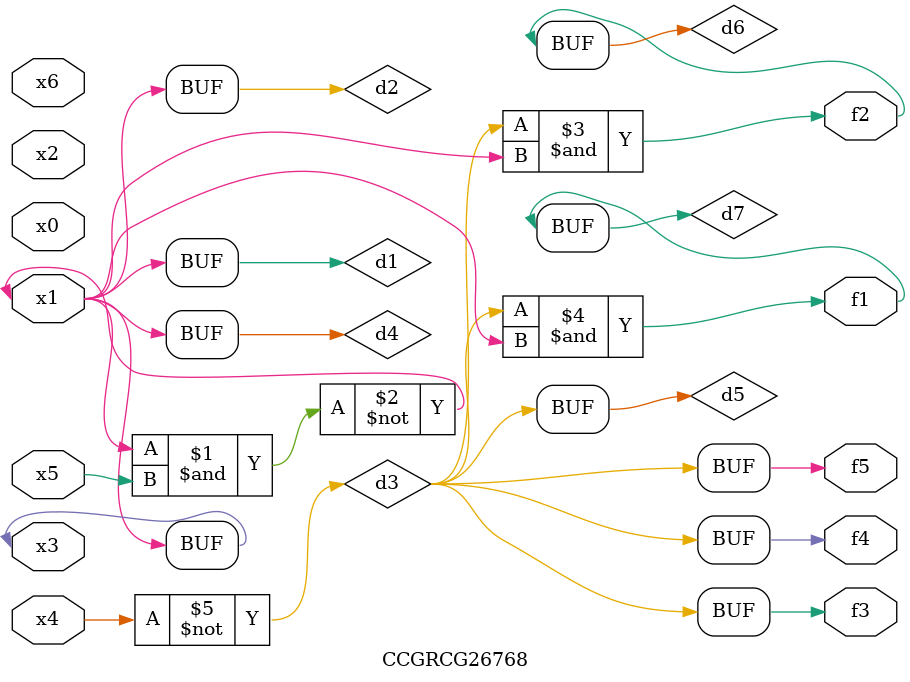
<source format=v>
module CCGRCG26768(
	input x0, x1, x2, x3, x4, x5, x6,
	output f1, f2, f3, f4, f5
);

	wire d1, d2, d3, d4, d5, d6, d7;

	buf (d1, x1, x3);
	nand (d2, x1, x5);
	not (d3, x4);
	buf (d4, d1, d2);
	buf (d5, d3);
	and (d6, d3, d4);
	and (d7, d3, d4);
	assign f1 = d7;
	assign f2 = d6;
	assign f3 = d5;
	assign f4 = d5;
	assign f5 = d5;
endmodule

</source>
